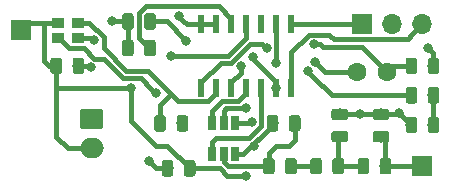
<source format=gbr>
G04 #@! TF.GenerationSoftware,KiCad,Pcbnew,5.0.2-bee76a0~70~ubuntu16.04.1*
G04 #@! TF.CreationDate,2019-07-30T15:32:40+02:00*
G04 #@! TF.ProjectId,hw-TS1B,68772d54-5331-4422-9e6b-696361645f70,rev?*
G04 #@! TF.SameCoordinates,Original*
G04 #@! TF.FileFunction,Copper,L1,Top*
G04 #@! TF.FilePolarity,Positive*
%FSLAX46Y46*%
G04 Gerber Fmt 4.6, Leading zero omitted, Abs format (unit mm)*
G04 Created by KiCad (PCBNEW 5.0.2-bee76a0~70~ubuntu16.04.1) date Tue 30 Jul 2019 03:32:40 PM CEST*
%MOMM*%
%LPD*%
G01*
G04 APERTURE LIST*
G04 #@! TA.AperFunction,SMDPad,CuDef*
%ADD10R,0.600000X1.500000*%
G04 #@! TD*
G04 #@! TA.AperFunction,Conductor*
%ADD11C,0.100000*%
G04 #@! TD*
G04 #@! TA.AperFunction,SMDPad,CuDef*
%ADD12C,0.975000*%
G04 #@! TD*
G04 #@! TA.AperFunction,ComponentPad*
%ADD13C,1.600000*%
G04 #@! TD*
G04 #@! TA.AperFunction,ComponentPad*
%ADD14C,1.700000*%
G04 #@! TD*
G04 #@! TA.AperFunction,ComponentPad*
%ADD15O,2.000000X1.700000*%
G04 #@! TD*
G04 #@! TA.AperFunction,ComponentPad*
%ADD16R,1.700000X1.700000*%
G04 #@! TD*
G04 #@! TA.AperFunction,ComponentPad*
%ADD17O,1.700000X1.700000*%
G04 #@! TD*
G04 #@! TA.AperFunction,SMDPad,CuDef*
%ADD18R,1.100000X0.900000*%
G04 #@! TD*
G04 #@! TA.AperFunction,SMDPad,CuDef*
%ADD19R,0.650000X1.220000*%
G04 #@! TD*
G04 #@! TA.AperFunction,ViaPad*
%ADD20C,0.800000*%
G04 #@! TD*
G04 #@! TA.AperFunction,Conductor*
%ADD21C,0.400000*%
G04 #@! TD*
G04 APERTURE END LIST*
D10*
G04 #@! TO.P,U1,1*
G04 #@! TO.N,/TEMP_SNS*
X168275000Y-76360000D03*
G04 #@! TO.P,U1,2*
G04 #@! TO.N,/26MHZ*
X169545000Y-76360000D03*
G04 #@! TO.P,U1,3*
G04 #@! TO.N,/OSC_EN*
X170815000Y-76360000D03*
G04 #@! TO.P,U1,4*
G04 #@! TO.N,/RF_DATA*
X172085000Y-76360000D03*
G04 #@! TO.P,U1,5*
G04 #@! TO.N,/RF_CLK*
X173355000Y-76360000D03*
G04 #@! TO.P,U1,6*
G04 #@! TO.N,Net-(C3-Pad1)*
X174625000Y-76360000D03*
G04 #@! TO.P,U1,7*
G04 #@! TO.N,/SWCLK*
X175895000Y-76360000D03*
G04 #@! TO.P,U1,8*
G04 #@! TO.N,/SWDIO*
X175895000Y-70960000D03*
G04 #@! TO.P,U1,9*
G04 #@! TO.N,/LED*
X174625000Y-70960000D03*
G04 #@! TO.P,U1,10*
G04 #@! TO.N,Net-(U1-Pad10)*
X173355000Y-70960000D03*
G04 #@! TO.P,U1,11*
G04 #@! TO.N,GND*
X172085000Y-70960000D03*
G04 #@! TO.P,U1,12*
G04 #@! TO.N,VDD*
X170815000Y-70960000D03*
G04 #@! TO.P,U1,13*
G04 #@! TO.N,/TEMP_PWR*
X169545000Y-70960000D03*
G04 #@! TO.P,U1,14*
X168275000Y-70960000D03*
G04 #@! TD*
D11*
G04 #@! TO.N,Net-(C1-Pad2)*
G04 #@! TO.C,C1*
G36*
X174267642Y-82301174D02*
X174291303Y-82304684D01*
X174314507Y-82310496D01*
X174337029Y-82318554D01*
X174358653Y-82328782D01*
X174379170Y-82341079D01*
X174398383Y-82355329D01*
X174416107Y-82371393D01*
X174432171Y-82389117D01*
X174446421Y-82408330D01*
X174458718Y-82428847D01*
X174468946Y-82450471D01*
X174477004Y-82472993D01*
X174482816Y-82496197D01*
X174486326Y-82519858D01*
X174487500Y-82543750D01*
X174487500Y-83456250D01*
X174486326Y-83480142D01*
X174482816Y-83503803D01*
X174477004Y-83527007D01*
X174468946Y-83549529D01*
X174458718Y-83571153D01*
X174446421Y-83591670D01*
X174432171Y-83610883D01*
X174416107Y-83628607D01*
X174398383Y-83644671D01*
X174379170Y-83658921D01*
X174358653Y-83671218D01*
X174337029Y-83681446D01*
X174314507Y-83689504D01*
X174291303Y-83695316D01*
X174267642Y-83698826D01*
X174243750Y-83700000D01*
X173756250Y-83700000D01*
X173732358Y-83698826D01*
X173708697Y-83695316D01*
X173685493Y-83689504D01*
X173662971Y-83681446D01*
X173641347Y-83671218D01*
X173620830Y-83658921D01*
X173601617Y-83644671D01*
X173583893Y-83628607D01*
X173567829Y-83610883D01*
X173553579Y-83591670D01*
X173541282Y-83571153D01*
X173531054Y-83549529D01*
X173522996Y-83527007D01*
X173517184Y-83503803D01*
X173513674Y-83480142D01*
X173512500Y-83456250D01*
X173512500Y-82543750D01*
X173513674Y-82519858D01*
X173517184Y-82496197D01*
X173522996Y-82472993D01*
X173531054Y-82450471D01*
X173541282Y-82428847D01*
X173553579Y-82408330D01*
X173567829Y-82389117D01*
X173583893Y-82371393D01*
X173601617Y-82355329D01*
X173620830Y-82341079D01*
X173641347Y-82328782D01*
X173662971Y-82318554D01*
X173685493Y-82310496D01*
X173708697Y-82304684D01*
X173732358Y-82301174D01*
X173756250Y-82300000D01*
X174243750Y-82300000D01*
X174267642Y-82301174D01*
X174267642Y-82301174D01*
G37*
D12*
G04 #@! TD*
G04 #@! TO.P,C1,2*
G04 #@! TO.N,Net-(C1-Pad2)*
X174000000Y-83000000D03*
D11*
G04 #@! TO.N,Net-(C1-Pad1)*
G04 #@! TO.C,C1*
G36*
X176142642Y-82301174D02*
X176166303Y-82304684D01*
X176189507Y-82310496D01*
X176212029Y-82318554D01*
X176233653Y-82328782D01*
X176254170Y-82341079D01*
X176273383Y-82355329D01*
X176291107Y-82371393D01*
X176307171Y-82389117D01*
X176321421Y-82408330D01*
X176333718Y-82428847D01*
X176343946Y-82450471D01*
X176352004Y-82472993D01*
X176357816Y-82496197D01*
X176361326Y-82519858D01*
X176362500Y-82543750D01*
X176362500Y-83456250D01*
X176361326Y-83480142D01*
X176357816Y-83503803D01*
X176352004Y-83527007D01*
X176343946Y-83549529D01*
X176333718Y-83571153D01*
X176321421Y-83591670D01*
X176307171Y-83610883D01*
X176291107Y-83628607D01*
X176273383Y-83644671D01*
X176254170Y-83658921D01*
X176233653Y-83671218D01*
X176212029Y-83681446D01*
X176189507Y-83689504D01*
X176166303Y-83695316D01*
X176142642Y-83698826D01*
X176118750Y-83700000D01*
X175631250Y-83700000D01*
X175607358Y-83698826D01*
X175583697Y-83695316D01*
X175560493Y-83689504D01*
X175537971Y-83681446D01*
X175516347Y-83671218D01*
X175495830Y-83658921D01*
X175476617Y-83644671D01*
X175458893Y-83628607D01*
X175442829Y-83610883D01*
X175428579Y-83591670D01*
X175416282Y-83571153D01*
X175406054Y-83549529D01*
X175397996Y-83527007D01*
X175392184Y-83503803D01*
X175388674Y-83480142D01*
X175387500Y-83456250D01*
X175387500Y-82543750D01*
X175388674Y-82519858D01*
X175392184Y-82496197D01*
X175397996Y-82472993D01*
X175406054Y-82450471D01*
X175416282Y-82428847D01*
X175428579Y-82408330D01*
X175442829Y-82389117D01*
X175458893Y-82371393D01*
X175476617Y-82355329D01*
X175495830Y-82341079D01*
X175516347Y-82328782D01*
X175537971Y-82318554D01*
X175560493Y-82310496D01*
X175583697Y-82304684D01*
X175607358Y-82301174D01*
X175631250Y-82300000D01*
X176118750Y-82300000D01*
X176142642Y-82301174D01*
X176142642Y-82301174D01*
G37*
D12*
G04 #@! TD*
G04 #@! TO.P,C1,1*
G04 #@! TO.N,Net-(C1-Pad1)*
X175875000Y-83000000D03*
D11*
G04 #@! TO.N,GND*
G04 #@! TO.C,C3*
G36*
X162330142Y-70051174D02*
X162353803Y-70054684D01*
X162377007Y-70060496D01*
X162399529Y-70068554D01*
X162421153Y-70078782D01*
X162441670Y-70091079D01*
X162460883Y-70105329D01*
X162478607Y-70121393D01*
X162494671Y-70139117D01*
X162508921Y-70158330D01*
X162521218Y-70178847D01*
X162531446Y-70200471D01*
X162539504Y-70222993D01*
X162545316Y-70246197D01*
X162548826Y-70269858D01*
X162550000Y-70293750D01*
X162550000Y-71206250D01*
X162548826Y-71230142D01*
X162545316Y-71253803D01*
X162539504Y-71277007D01*
X162531446Y-71299529D01*
X162521218Y-71321153D01*
X162508921Y-71341670D01*
X162494671Y-71360883D01*
X162478607Y-71378607D01*
X162460883Y-71394671D01*
X162441670Y-71408921D01*
X162421153Y-71421218D01*
X162399529Y-71431446D01*
X162377007Y-71439504D01*
X162353803Y-71445316D01*
X162330142Y-71448826D01*
X162306250Y-71450000D01*
X161818750Y-71450000D01*
X161794858Y-71448826D01*
X161771197Y-71445316D01*
X161747993Y-71439504D01*
X161725471Y-71431446D01*
X161703847Y-71421218D01*
X161683330Y-71408921D01*
X161664117Y-71394671D01*
X161646393Y-71378607D01*
X161630329Y-71360883D01*
X161616079Y-71341670D01*
X161603782Y-71321153D01*
X161593554Y-71299529D01*
X161585496Y-71277007D01*
X161579684Y-71253803D01*
X161576174Y-71230142D01*
X161575000Y-71206250D01*
X161575000Y-70293750D01*
X161576174Y-70269858D01*
X161579684Y-70246197D01*
X161585496Y-70222993D01*
X161593554Y-70200471D01*
X161603782Y-70178847D01*
X161616079Y-70158330D01*
X161630329Y-70139117D01*
X161646393Y-70121393D01*
X161664117Y-70105329D01*
X161683330Y-70091079D01*
X161703847Y-70078782D01*
X161725471Y-70068554D01*
X161747993Y-70060496D01*
X161771197Y-70054684D01*
X161794858Y-70051174D01*
X161818750Y-70050000D01*
X162306250Y-70050000D01*
X162330142Y-70051174D01*
X162330142Y-70051174D01*
G37*
D12*
G04 #@! TD*
G04 #@! TO.P,C3,2*
G04 #@! TO.N,GND*
X162062500Y-70750000D03*
D11*
G04 #@! TO.N,Net-(C3-Pad1)*
G04 #@! TO.C,C3*
G36*
X164205142Y-70051174D02*
X164228803Y-70054684D01*
X164252007Y-70060496D01*
X164274529Y-70068554D01*
X164296153Y-70078782D01*
X164316670Y-70091079D01*
X164335883Y-70105329D01*
X164353607Y-70121393D01*
X164369671Y-70139117D01*
X164383921Y-70158330D01*
X164396218Y-70178847D01*
X164406446Y-70200471D01*
X164414504Y-70222993D01*
X164420316Y-70246197D01*
X164423826Y-70269858D01*
X164425000Y-70293750D01*
X164425000Y-71206250D01*
X164423826Y-71230142D01*
X164420316Y-71253803D01*
X164414504Y-71277007D01*
X164406446Y-71299529D01*
X164396218Y-71321153D01*
X164383921Y-71341670D01*
X164369671Y-71360883D01*
X164353607Y-71378607D01*
X164335883Y-71394671D01*
X164316670Y-71408921D01*
X164296153Y-71421218D01*
X164274529Y-71431446D01*
X164252007Y-71439504D01*
X164228803Y-71445316D01*
X164205142Y-71448826D01*
X164181250Y-71450000D01*
X163693750Y-71450000D01*
X163669858Y-71448826D01*
X163646197Y-71445316D01*
X163622993Y-71439504D01*
X163600471Y-71431446D01*
X163578847Y-71421218D01*
X163558330Y-71408921D01*
X163539117Y-71394671D01*
X163521393Y-71378607D01*
X163505329Y-71360883D01*
X163491079Y-71341670D01*
X163478782Y-71321153D01*
X163468554Y-71299529D01*
X163460496Y-71277007D01*
X163454684Y-71253803D01*
X163451174Y-71230142D01*
X163450000Y-71206250D01*
X163450000Y-70293750D01*
X163451174Y-70269858D01*
X163454684Y-70246197D01*
X163460496Y-70222993D01*
X163468554Y-70200471D01*
X163478782Y-70178847D01*
X163491079Y-70158330D01*
X163505329Y-70139117D01*
X163521393Y-70121393D01*
X163539117Y-70105329D01*
X163558330Y-70091079D01*
X163578847Y-70078782D01*
X163600471Y-70068554D01*
X163622993Y-70060496D01*
X163646197Y-70054684D01*
X163669858Y-70051174D01*
X163693750Y-70050000D01*
X164181250Y-70050000D01*
X164205142Y-70051174D01*
X164205142Y-70051174D01*
G37*
D12*
G04 #@! TD*
G04 #@! TO.P,C3,1*
G04 #@! TO.N,Net-(C3-Pad1)*
X163937500Y-70750000D03*
D11*
G04 #@! TO.N,VDD*
G04 #@! TO.C,C4*
G36*
X156267642Y-73801174D02*
X156291303Y-73804684D01*
X156314507Y-73810496D01*
X156337029Y-73818554D01*
X156358653Y-73828782D01*
X156379170Y-73841079D01*
X156398383Y-73855329D01*
X156416107Y-73871393D01*
X156432171Y-73889117D01*
X156446421Y-73908330D01*
X156458718Y-73928847D01*
X156468946Y-73950471D01*
X156477004Y-73972993D01*
X156482816Y-73996197D01*
X156486326Y-74019858D01*
X156487500Y-74043750D01*
X156487500Y-74956250D01*
X156486326Y-74980142D01*
X156482816Y-75003803D01*
X156477004Y-75027007D01*
X156468946Y-75049529D01*
X156458718Y-75071153D01*
X156446421Y-75091670D01*
X156432171Y-75110883D01*
X156416107Y-75128607D01*
X156398383Y-75144671D01*
X156379170Y-75158921D01*
X156358653Y-75171218D01*
X156337029Y-75181446D01*
X156314507Y-75189504D01*
X156291303Y-75195316D01*
X156267642Y-75198826D01*
X156243750Y-75200000D01*
X155756250Y-75200000D01*
X155732358Y-75198826D01*
X155708697Y-75195316D01*
X155685493Y-75189504D01*
X155662971Y-75181446D01*
X155641347Y-75171218D01*
X155620830Y-75158921D01*
X155601617Y-75144671D01*
X155583893Y-75128607D01*
X155567829Y-75110883D01*
X155553579Y-75091670D01*
X155541282Y-75071153D01*
X155531054Y-75049529D01*
X155522996Y-75027007D01*
X155517184Y-75003803D01*
X155513674Y-74980142D01*
X155512500Y-74956250D01*
X155512500Y-74043750D01*
X155513674Y-74019858D01*
X155517184Y-73996197D01*
X155522996Y-73972993D01*
X155531054Y-73950471D01*
X155541282Y-73928847D01*
X155553579Y-73908330D01*
X155567829Y-73889117D01*
X155583893Y-73871393D01*
X155601617Y-73855329D01*
X155620830Y-73841079D01*
X155641347Y-73828782D01*
X155662971Y-73818554D01*
X155685493Y-73810496D01*
X155708697Y-73804684D01*
X155732358Y-73801174D01*
X155756250Y-73800000D01*
X156243750Y-73800000D01*
X156267642Y-73801174D01*
X156267642Y-73801174D01*
G37*
D12*
G04 #@! TD*
G04 #@! TO.P,C4,1*
G04 #@! TO.N,VDD*
X156000000Y-74500000D03*
D11*
G04 #@! TO.N,GND*
G04 #@! TO.C,C4*
G36*
X158142642Y-73801174D02*
X158166303Y-73804684D01*
X158189507Y-73810496D01*
X158212029Y-73818554D01*
X158233653Y-73828782D01*
X158254170Y-73841079D01*
X158273383Y-73855329D01*
X158291107Y-73871393D01*
X158307171Y-73889117D01*
X158321421Y-73908330D01*
X158333718Y-73928847D01*
X158343946Y-73950471D01*
X158352004Y-73972993D01*
X158357816Y-73996197D01*
X158361326Y-74019858D01*
X158362500Y-74043750D01*
X158362500Y-74956250D01*
X158361326Y-74980142D01*
X158357816Y-75003803D01*
X158352004Y-75027007D01*
X158343946Y-75049529D01*
X158333718Y-75071153D01*
X158321421Y-75091670D01*
X158307171Y-75110883D01*
X158291107Y-75128607D01*
X158273383Y-75144671D01*
X158254170Y-75158921D01*
X158233653Y-75171218D01*
X158212029Y-75181446D01*
X158189507Y-75189504D01*
X158166303Y-75195316D01*
X158142642Y-75198826D01*
X158118750Y-75200000D01*
X157631250Y-75200000D01*
X157607358Y-75198826D01*
X157583697Y-75195316D01*
X157560493Y-75189504D01*
X157537971Y-75181446D01*
X157516347Y-75171218D01*
X157495830Y-75158921D01*
X157476617Y-75144671D01*
X157458893Y-75128607D01*
X157442829Y-75110883D01*
X157428579Y-75091670D01*
X157416282Y-75071153D01*
X157406054Y-75049529D01*
X157397996Y-75027007D01*
X157392184Y-75003803D01*
X157388674Y-74980142D01*
X157387500Y-74956250D01*
X157387500Y-74043750D01*
X157388674Y-74019858D01*
X157392184Y-73996197D01*
X157397996Y-73972993D01*
X157406054Y-73950471D01*
X157416282Y-73928847D01*
X157428579Y-73908330D01*
X157442829Y-73889117D01*
X157458893Y-73871393D01*
X157476617Y-73855329D01*
X157495830Y-73841079D01*
X157516347Y-73828782D01*
X157537971Y-73818554D01*
X157560493Y-73810496D01*
X157583697Y-73804684D01*
X157607358Y-73801174D01*
X157631250Y-73800000D01*
X158118750Y-73800000D01*
X158142642Y-73801174D01*
X158142642Y-73801174D01*
G37*
D12*
G04 #@! TD*
G04 #@! TO.P,C4,2*
G04 #@! TO.N,GND*
X157875000Y-74500000D03*
D11*
G04 #@! TO.N,/26MHZ*
G04 #@! TO.C,C5*
G36*
X165065142Y-78676174D02*
X165088803Y-78679684D01*
X165112007Y-78685496D01*
X165134529Y-78693554D01*
X165156153Y-78703782D01*
X165176670Y-78716079D01*
X165195883Y-78730329D01*
X165213607Y-78746393D01*
X165229671Y-78764117D01*
X165243921Y-78783330D01*
X165256218Y-78803847D01*
X165266446Y-78825471D01*
X165274504Y-78847993D01*
X165280316Y-78871197D01*
X165283826Y-78894858D01*
X165285000Y-78918750D01*
X165285000Y-79831250D01*
X165283826Y-79855142D01*
X165280316Y-79878803D01*
X165274504Y-79902007D01*
X165266446Y-79924529D01*
X165256218Y-79946153D01*
X165243921Y-79966670D01*
X165229671Y-79985883D01*
X165213607Y-80003607D01*
X165195883Y-80019671D01*
X165176670Y-80033921D01*
X165156153Y-80046218D01*
X165134529Y-80056446D01*
X165112007Y-80064504D01*
X165088803Y-80070316D01*
X165065142Y-80073826D01*
X165041250Y-80075000D01*
X164553750Y-80075000D01*
X164529858Y-80073826D01*
X164506197Y-80070316D01*
X164482993Y-80064504D01*
X164460471Y-80056446D01*
X164438847Y-80046218D01*
X164418330Y-80033921D01*
X164399117Y-80019671D01*
X164381393Y-80003607D01*
X164365329Y-79985883D01*
X164351079Y-79966670D01*
X164338782Y-79946153D01*
X164328554Y-79924529D01*
X164320496Y-79902007D01*
X164314684Y-79878803D01*
X164311174Y-79855142D01*
X164310000Y-79831250D01*
X164310000Y-78918750D01*
X164311174Y-78894858D01*
X164314684Y-78871197D01*
X164320496Y-78847993D01*
X164328554Y-78825471D01*
X164338782Y-78803847D01*
X164351079Y-78783330D01*
X164365329Y-78764117D01*
X164381393Y-78746393D01*
X164399117Y-78730329D01*
X164418330Y-78716079D01*
X164438847Y-78703782D01*
X164460471Y-78693554D01*
X164482993Y-78685496D01*
X164506197Y-78679684D01*
X164529858Y-78676174D01*
X164553750Y-78675000D01*
X165041250Y-78675000D01*
X165065142Y-78676174D01*
X165065142Y-78676174D01*
G37*
D12*
G04 #@! TD*
G04 #@! TO.P,C5,2*
G04 #@! TO.N,/26MHZ*
X164797500Y-79375000D03*
D11*
G04 #@! TO.N,Net-(C5-Pad1)*
G04 #@! TO.C,C5*
G36*
X166940142Y-78676174D02*
X166963803Y-78679684D01*
X166987007Y-78685496D01*
X167009529Y-78693554D01*
X167031153Y-78703782D01*
X167051670Y-78716079D01*
X167070883Y-78730329D01*
X167088607Y-78746393D01*
X167104671Y-78764117D01*
X167118921Y-78783330D01*
X167131218Y-78803847D01*
X167141446Y-78825471D01*
X167149504Y-78847993D01*
X167155316Y-78871197D01*
X167158826Y-78894858D01*
X167160000Y-78918750D01*
X167160000Y-79831250D01*
X167158826Y-79855142D01*
X167155316Y-79878803D01*
X167149504Y-79902007D01*
X167141446Y-79924529D01*
X167131218Y-79946153D01*
X167118921Y-79966670D01*
X167104671Y-79985883D01*
X167088607Y-80003607D01*
X167070883Y-80019671D01*
X167051670Y-80033921D01*
X167031153Y-80046218D01*
X167009529Y-80056446D01*
X166987007Y-80064504D01*
X166963803Y-80070316D01*
X166940142Y-80073826D01*
X166916250Y-80075000D01*
X166428750Y-80075000D01*
X166404858Y-80073826D01*
X166381197Y-80070316D01*
X166357993Y-80064504D01*
X166335471Y-80056446D01*
X166313847Y-80046218D01*
X166293330Y-80033921D01*
X166274117Y-80019671D01*
X166256393Y-80003607D01*
X166240329Y-79985883D01*
X166226079Y-79966670D01*
X166213782Y-79946153D01*
X166203554Y-79924529D01*
X166195496Y-79902007D01*
X166189684Y-79878803D01*
X166186174Y-79855142D01*
X166185000Y-79831250D01*
X166185000Y-78918750D01*
X166186174Y-78894858D01*
X166189684Y-78871197D01*
X166195496Y-78847993D01*
X166203554Y-78825471D01*
X166213782Y-78803847D01*
X166226079Y-78783330D01*
X166240329Y-78764117D01*
X166256393Y-78746393D01*
X166274117Y-78730329D01*
X166293330Y-78716079D01*
X166313847Y-78703782D01*
X166335471Y-78693554D01*
X166357993Y-78685496D01*
X166381197Y-78679684D01*
X166404858Y-78676174D01*
X166428750Y-78675000D01*
X166916250Y-78675000D01*
X166940142Y-78676174D01*
X166940142Y-78676174D01*
G37*
D12*
G04 #@! TD*
G04 #@! TO.P,C5,1*
G04 #@! TO.N,Net-(C5-Pad1)*
X166672500Y-79375000D03*
D11*
G04 #@! TO.N,VDD*
G04 #@! TO.C,C6*
G36*
X167575142Y-82486174D02*
X167598803Y-82489684D01*
X167622007Y-82495496D01*
X167644529Y-82503554D01*
X167666153Y-82513782D01*
X167686670Y-82526079D01*
X167705883Y-82540329D01*
X167723607Y-82556393D01*
X167739671Y-82574117D01*
X167753921Y-82593330D01*
X167766218Y-82613847D01*
X167776446Y-82635471D01*
X167784504Y-82657993D01*
X167790316Y-82681197D01*
X167793826Y-82704858D01*
X167795000Y-82728750D01*
X167795000Y-83641250D01*
X167793826Y-83665142D01*
X167790316Y-83688803D01*
X167784504Y-83712007D01*
X167776446Y-83734529D01*
X167766218Y-83756153D01*
X167753921Y-83776670D01*
X167739671Y-83795883D01*
X167723607Y-83813607D01*
X167705883Y-83829671D01*
X167686670Y-83843921D01*
X167666153Y-83856218D01*
X167644529Y-83866446D01*
X167622007Y-83874504D01*
X167598803Y-83880316D01*
X167575142Y-83883826D01*
X167551250Y-83885000D01*
X167063750Y-83885000D01*
X167039858Y-83883826D01*
X167016197Y-83880316D01*
X166992993Y-83874504D01*
X166970471Y-83866446D01*
X166948847Y-83856218D01*
X166928330Y-83843921D01*
X166909117Y-83829671D01*
X166891393Y-83813607D01*
X166875329Y-83795883D01*
X166861079Y-83776670D01*
X166848782Y-83756153D01*
X166838554Y-83734529D01*
X166830496Y-83712007D01*
X166824684Y-83688803D01*
X166821174Y-83665142D01*
X166820000Y-83641250D01*
X166820000Y-82728750D01*
X166821174Y-82704858D01*
X166824684Y-82681197D01*
X166830496Y-82657993D01*
X166838554Y-82635471D01*
X166848782Y-82613847D01*
X166861079Y-82593330D01*
X166875329Y-82574117D01*
X166891393Y-82556393D01*
X166909117Y-82540329D01*
X166928330Y-82526079D01*
X166948847Y-82513782D01*
X166970471Y-82503554D01*
X166992993Y-82495496D01*
X167016197Y-82489684D01*
X167039858Y-82486174D01*
X167063750Y-82485000D01*
X167551250Y-82485000D01*
X167575142Y-82486174D01*
X167575142Y-82486174D01*
G37*
D12*
G04 #@! TD*
G04 #@! TO.P,C6,1*
G04 #@! TO.N,VDD*
X167307500Y-83185000D03*
D11*
G04 #@! TO.N,GND*
G04 #@! TO.C,C6*
G36*
X165700142Y-82486174D02*
X165723803Y-82489684D01*
X165747007Y-82495496D01*
X165769529Y-82503554D01*
X165791153Y-82513782D01*
X165811670Y-82526079D01*
X165830883Y-82540329D01*
X165848607Y-82556393D01*
X165864671Y-82574117D01*
X165878921Y-82593330D01*
X165891218Y-82613847D01*
X165901446Y-82635471D01*
X165909504Y-82657993D01*
X165915316Y-82681197D01*
X165918826Y-82704858D01*
X165920000Y-82728750D01*
X165920000Y-83641250D01*
X165918826Y-83665142D01*
X165915316Y-83688803D01*
X165909504Y-83712007D01*
X165901446Y-83734529D01*
X165891218Y-83756153D01*
X165878921Y-83776670D01*
X165864671Y-83795883D01*
X165848607Y-83813607D01*
X165830883Y-83829671D01*
X165811670Y-83843921D01*
X165791153Y-83856218D01*
X165769529Y-83866446D01*
X165747007Y-83874504D01*
X165723803Y-83880316D01*
X165700142Y-83883826D01*
X165676250Y-83885000D01*
X165188750Y-83885000D01*
X165164858Y-83883826D01*
X165141197Y-83880316D01*
X165117993Y-83874504D01*
X165095471Y-83866446D01*
X165073847Y-83856218D01*
X165053330Y-83843921D01*
X165034117Y-83829671D01*
X165016393Y-83813607D01*
X165000329Y-83795883D01*
X164986079Y-83776670D01*
X164973782Y-83756153D01*
X164963554Y-83734529D01*
X164955496Y-83712007D01*
X164949684Y-83688803D01*
X164946174Y-83665142D01*
X164945000Y-83641250D01*
X164945000Y-82728750D01*
X164946174Y-82704858D01*
X164949684Y-82681197D01*
X164955496Y-82657993D01*
X164963554Y-82635471D01*
X164973782Y-82613847D01*
X164986079Y-82593330D01*
X165000329Y-82574117D01*
X165016393Y-82556393D01*
X165034117Y-82540329D01*
X165053330Y-82526079D01*
X165073847Y-82513782D01*
X165095471Y-82503554D01*
X165117993Y-82495496D01*
X165141197Y-82489684D01*
X165164858Y-82486174D01*
X165188750Y-82485000D01*
X165676250Y-82485000D01*
X165700142Y-82486174D01*
X165700142Y-82486174D01*
G37*
D12*
G04 #@! TD*
G04 #@! TO.P,C6,2*
G04 #@! TO.N,GND*
X165432500Y-83185000D03*
D11*
G04 #@! TO.N,Net-(C7-Pad2)*
G04 #@! TO.C,C7*
G36*
X180480142Y-80013674D02*
X180503803Y-80017184D01*
X180527007Y-80022996D01*
X180549529Y-80031054D01*
X180571153Y-80041282D01*
X180591670Y-80053579D01*
X180610883Y-80067829D01*
X180628607Y-80083893D01*
X180644671Y-80101617D01*
X180658921Y-80120830D01*
X180671218Y-80141347D01*
X180681446Y-80162971D01*
X180689504Y-80185493D01*
X180695316Y-80208697D01*
X180698826Y-80232358D01*
X180700000Y-80256250D01*
X180700000Y-80743750D01*
X180698826Y-80767642D01*
X180695316Y-80791303D01*
X180689504Y-80814507D01*
X180681446Y-80837029D01*
X180671218Y-80858653D01*
X180658921Y-80879170D01*
X180644671Y-80898383D01*
X180628607Y-80916107D01*
X180610883Y-80932171D01*
X180591670Y-80946421D01*
X180571153Y-80958718D01*
X180549529Y-80968946D01*
X180527007Y-80977004D01*
X180503803Y-80982816D01*
X180480142Y-80986326D01*
X180456250Y-80987500D01*
X179543750Y-80987500D01*
X179519858Y-80986326D01*
X179496197Y-80982816D01*
X179472993Y-80977004D01*
X179450471Y-80968946D01*
X179428847Y-80958718D01*
X179408330Y-80946421D01*
X179389117Y-80932171D01*
X179371393Y-80916107D01*
X179355329Y-80898383D01*
X179341079Y-80879170D01*
X179328782Y-80858653D01*
X179318554Y-80837029D01*
X179310496Y-80814507D01*
X179304684Y-80791303D01*
X179301174Y-80767642D01*
X179300000Y-80743750D01*
X179300000Y-80256250D01*
X179301174Y-80232358D01*
X179304684Y-80208697D01*
X179310496Y-80185493D01*
X179318554Y-80162971D01*
X179328782Y-80141347D01*
X179341079Y-80120830D01*
X179355329Y-80101617D01*
X179371393Y-80083893D01*
X179389117Y-80067829D01*
X179408330Y-80053579D01*
X179428847Y-80041282D01*
X179450471Y-80031054D01*
X179472993Y-80022996D01*
X179496197Y-80017184D01*
X179519858Y-80013674D01*
X179543750Y-80012500D01*
X180456250Y-80012500D01*
X180480142Y-80013674D01*
X180480142Y-80013674D01*
G37*
D12*
G04 #@! TD*
G04 #@! TO.P,C7,2*
G04 #@! TO.N,Net-(C7-Pad2)*
X180000000Y-80500000D03*
D11*
G04 #@! TO.N,GND*
G04 #@! TO.C,C7*
G36*
X180480142Y-78138674D02*
X180503803Y-78142184D01*
X180527007Y-78147996D01*
X180549529Y-78156054D01*
X180571153Y-78166282D01*
X180591670Y-78178579D01*
X180610883Y-78192829D01*
X180628607Y-78208893D01*
X180644671Y-78226617D01*
X180658921Y-78245830D01*
X180671218Y-78266347D01*
X180681446Y-78287971D01*
X180689504Y-78310493D01*
X180695316Y-78333697D01*
X180698826Y-78357358D01*
X180700000Y-78381250D01*
X180700000Y-78868750D01*
X180698826Y-78892642D01*
X180695316Y-78916303D01*
X180689504Y-78939507D01*
X180681446Y-78962029D01*
X180671218Y-78983653D01*
X180658921Y-79004170D01*
X180644671Y-79023383D01*
X180628607Y-79041107D01*
X180610883Y-79057171D01*
X180591670Y-79071421D01*
X180571153Y-79083718D01*
X180549529Y-79093946D01*
X180527007Y-79102004D01*
X180503803Y-79107816D01*
X180480142Y-79111326D01*
X180456250Y-79112500D01*
X179543750Y-79112500D01*
X179519858Y-79111326D01*
X179496197Y-79107816D01*
X179472993Y-79102004D01*
X179450471Y-79093946D01*
X179428847Y-79083718D01*
X179408330Y-79071421D01*
X179389117Y-79057171D01*
X179371393Y-79041107D01*
X179355329Y-79023383D01*
X179341079Y-79004170D01*
X179328782Y-78983653D01*
X179318554Y-78962029D01*
X179310496Y-78939507D01*
X179304684Y-78916303D01*
X179301174Y-78892642D01*
X179300000Y-78868750D01*
X179300000Y-78381250D01*
X179301174Y-78357358D01*
X179304684Y-78333697D01*
X179310496Y-78310493D01*
X179318554Y-78287971D01*
X179328782Y-78266347D01*
X179341079Y-78245830D01*
X179355329Y-78226617D01*
X179371393Y-78208893D01*
X179389117Y-78192829D01*
X179408330Y-78178579D01*
X179428847Y-78166282D01*
X179450471Y-78156054D01*
X179472993Y-78147996D01*
X179496197Y-78142184D01*
X179519858Y-78138674D01*
X179543750Y-78137500D01*
X180456250Y-78137500D01*
X180480142Y-78138674D01*
X180480142Y-78138674D01*
G37*
D12*
G04 #@! TD*
G04 #@! TO.P,C7,1*
G04 #@! TO.N,GND*
X180000000Y-78625000D03*
D11*
G04 #@! TO.N,GND*
G04 #@! TO.C,C8*
G36*
X183980142Y-78138674D02*
X184003803Y-78142184D01*
X184027007Y-78147996D01*
X184049529Y-78156054D01*
X184071153Y-78166282D01*
X184091670Y-78178579D01*
X184110883Y-78192829D01*
X184128607Y-78208893D01*
X184144671Y-78226617D01*
X184158921Y-78245830D01*
X184171218Y-78266347D01*
X184181446Y-78287971D01*
X184189504Y-78310493D01*
X184195316Y-78333697D01*
X184198826Y-78357358D01*
X184200000Y-78381250D01*
X184200000Y-78868750D01*
X184198826Y-78892642D01*
X184195316Y-78916303D01*
X184189504Y-78939507D01*
X184181446Y-78962029D01*
X184171218Y-78983653D01*
X184158921Y-79004170D01*
X184144671Y-79023383D01*
X184128607Y-79041107D01*
X184110883Y-79057171D01*
X184091670Y-79071421D01*
X184071153Y-79083718D01*
X184049529Y-79093946D01*
X184027007Y-79102004D01*
X184003803Y-79107816D01*
X183980142Y-79111326D01*
X183956250Y-79112500D01*
X183043750Y-79112500D01*
X183019858Y-79111326D01*
X182996197Y-79107816D01*
X182972993Y-79102004D01*
X182950471Y-79093946D01*
X182928847Y-79083718D01*
X182908330Y-79071421D01*
X182889117Y-79057171D01*
X182871393Y-79041107D01*
X182855329Y-79023383D01*
X182841079Y-79004170D01*
X182828782Y-78983653D01*
X182818554Y-78962029D01*
X182810496Y-78939507D01*
X182804684Y-78916303D01*
X182801174Y-78892642D01*
X182800000Y-78868750D01*
X182800000Y-78381250D01*
X182801174Y-78357358D01*
X182804684Y-78333697D01*
X182810496Y-78310493D01*
X182818554Y-78287971D01*
X182828782Y-78266347D01*
X182841079Y-78245830D01*
X182855329Y-78226617D01*
X182871393Y-78208893D01*
X182889117Y-78192829D01*
X182908330Y-78178579D01*
X182928847Y-78166282D01*
X182950471Y-78156054D01*
X182972993Y-78147996D01*
X182996197Y-78142184D01*
X183019858Y-78138674D01*
X183043750Y-78137500D01*
X183956250Y-78137500D01*
X183980142Y-78138674D01*
X183980142Y-78138674D01*
G37*
D12*
G04 #@! TD*
G04 #@! TO.P,C8,1*
G04 #@! TO.N,GND*
X183500000Y-78625000D03*
D11*
G04 #@! TO.N,Net-(AE1-Pad1)*
G04 #@! TO.C,C8*
G36*
X183980142Y-80013674D02*
X184003803Y-80017184D01*
X184027007Y-80022996D01*
X184049529Y-80031054D01*
X184071153Y-80041282D01*
X184091670Y-80053579D01*
X184110883Y-80067829D01*
X184128607Y-80083893D01*
X184144671Y-80101617D01*
X184158921Y-80120830D01*
X184171218Y-80141347D01*
X184181446Y-80162971D01*
X184189504Y-80185493D01*
X184195316Y-80208697D01*
X184198826Y-80232358D01*
X184200000Y-80256250D01*
X184200000Y-80743750D01*
X184198826Y-80767642D01*
X184195316Y-80791303D01*
X184189504Y-80814507D01*
X184181446Y-80837029D01*
X184171218Y-80858653D01*
X184158921Y-80879170D01*
X184144671Y-80898383D01*
X184128607Y-80916107D01*
X184110883Y-80932171D01*
X184091670Y-80946421D01*
X184071153Y-80958718D01*
X184049529Y-80968946D01*
X184027007Y-80977004D01*
X184003803Y-80982816D01*
X183980142Y-80986326D01*
X183956250Y-80987500D01*
X183043750Y-80987500D01*
X183019858Y-80986326D01*
X182996197Y-80982816D01*
X182972993Y-80977004D01*
X182950471Y-80968946D01*
X182928847Y-80958718D01*
X182908330Y-80946421D01*
X182889117Y-80932171D01*
X182871393Y-80916107D01*
X182855329Y-80898383D01*
X182841079Y-80879170D01*
X182828782Y-80858653D01*
X182818554Y-80837029D01*
X182810496Y-80814507D01*
X182804684Y-80791303D01*
X182801174Y-80767642D01*
X182800000Y-80743750D01*
X182800000Y-80256250D01*
X182801174Y-80232358D01*
X182804684Y-80208697D01*
X182810496Y-80185493D01*
X182818554Y-80162971D01*
X182828782Y-80141347D01*
X182841079Y-80120830D01*
X182855329Y-80101617D01*
X182871393Y-80083893D01*
X182889117Y-80067829D01*
X182908330Y-80053579D01*
X182928847Y-80041282D01*
X182950471Y-80031054D01*
X182972993Y-80022996D01*
X182996197Y-80017184D01*
X183019858Y-80013674D01*
X183043750Y-80012500D01*
X183956250Y-80012500D01*
X183980142Y-80013674D01*
X183980142Y-80013674D01*
G37*
D12*
G04 #@! TD*
G04 #@! TO.P,C8,2*
G04 #@! TO.N,Net-(AE1-Pad1)*
X183500000Y-80500000D03*
D13*
G04 #@! TO.P,TH1,1*
G04 #@! TO.N,/TEMP_PWR*
X181500000Y-75000000D03*
G04 #@! TO.P,TH1,2*
G04 #@! TO.N,/TEMP_SNS*
X184000000Y-75000000D03*
G04 #@! TD*
D11*
G04 #@! TO.N,GND*
G04 #@! TO.C,J2*
G36*
X159774504Y-78151204D02*
X159798773Y-78154804D01*
X159822571Y-78160765D01*
X159845671Y-78169030D01*
X159867849Y-78179520D01*
X159888893Y-78192133D01*
X159908598Y-78206747D01*
X159926777Y-78223223D01*
X159943253Y-78241402D01*
X159957867Y-78261107D01*
X159970480Y-78282151D01*
X159980970Y-78304329D01*
X159989235Y-78327429D01*
X159995196Y-78351227D01*
X159998796Y-78375496D01*
X160000000Y-78400000D01*
X160000000Y-79600000D01*
X159998796Y-79624504D01*
X159995196Y-79648773D01*
X159989235Y-79672571D01*
X159980970Y-79695671D01*
X159970480Y-79717849D01*
X159957867Y-79738893D01*
X159943253Y-79758598D01*
X159926777Y-79776777D01*
X159908598Y-79793253D01*
X159888893Y-79807867D01*
X159867849Y-79820480D01*
X159845671Y-79830970D01*
X159822571Y-79839235D01*
X159798773Y-79845196D01*
X159774504Y-79848796D01*
X159750000Y-79850000D01*
X158250000Y-79850000D01*
X158225496Y-79848796D01*
X158201227Y-79845196D01*
X158177429Y-79839235D01*
X158154329Y-79830970D01*
X158132151Y-79820480D01*
X158111107Y-79807867D01*
X158091402Y-79793253D01*
X158073223Y-79776777D01*
X158056747Y-79758598D01*
X158042133Y-79738893D01*
X158029520Y-79717849D01*
X158019030Y-79695671D01*
X158010765Y-79672571D01*
X158004804Y-79648773D01*
X158001204Y-79624504D01*
X158000000Y-79600000D01*
X158000000Y-78400000D01*
X158001204Y-78375496D01*
X158004804Y-78351227D01*
X158010765Y-78327429D01*
X158019030Y-78304329D01*
X158029520Y-78282151D01*
X158042133Y-78261107D01*
X158056747Y-78241402D01*
X158073223Y-78223223D01*
X158091402Y-78206747D01*
X158111107Y-78192133D01*
X158132151Y-78179520D01*
X158154329Y-78169030D01*
X158177429Y-78160765D01*
X158201227Y-78154804D01*
X158225496Y-78151204D01*
X158250000Y-78150000D01*
X159750000Y-78150000D01*
X159774504Y-78151204D01*
X159774504Y-78151204D01*
G37*
D14*
G04 #@! TD*
G04 #@! TO.P,J2,1*
G04 #@! TO.N,GND*
X159000000Y-79000000D03*
D15*
G04 #@! TO.P,J2,2*
G04 #@! TO.N,VDD*
X159000000Y-81500000D03*
G04 #@! TD*
D16*
G04 #@! TO.P,J1,1*
G04 #@! TO.N,VDD*
X153000000Y-71500000D03*
G04 #@! TD*
G04 #@! TO.P,AE1,1*
G04 #@! TO.N,Net-(AE1-Pad1)*
X187000000Y-83000000D03*
G04 #@! TD*
G04 #@! TO.P,X1,1*
G04 #@! TO.N,/SWDIO*
X181920000Y-71000000D03*
D17*
G04 #@! TO.P,X1,2*
G04 #@! TO.N,GND*
X184460000Y-71000000D03*
G04 #@! TO.P,X1,3*
G04 #@! TO.N,/SWCLK*
X187000000Y-71000000D03*
G04 #@! TD*
D11*
G04 #@! TO.N,VDD*
G04 #@! TO.C,L1*
G36*
X174590142Y-78676174D02*
X174613803Y-78679684D01*
X174637007Y-78685496D01*
X174659529Y-78693554D01*
X174681153Y-78703782D01*
X174701670Y-78716079D01*
X174720883Y-78730329D01*
X174738607Y-78746393D01*
X174754671Y-78764117D01*
X174768921Y-78783330D01*
X174781218Y-78803847D01*
X174791446Y-78825471D01*
X174799504Y-78847993D01*
X174805316Y-78871197D01*
X174808826Y-78894858D01*
X174810000Y-78918750D01*
X174810000Y-79831250D01*
X174808826Y-79855142D01*
X174805316Y-79878803D01*
X174799504Y-79902007D01*
X174791446Y-79924529D01*
X174781218Y-79946153D01*
X174768921Y-79966670D01*
X174754671Y-79985883D01*
X174738607Y-80003607D01*
X174720883Y-80019671D01*
X174701670Y-80033921D01*
X174681153Y-80046218D01*
X174659529Y-80056446D01*
X174637007Y-80064504D01*
X174613803Y-80070316D01*
X174590142Y-80073826D01*
X174566250Y-80075000D01*
X174078750Y-80075000D01*
X174054858Y-80073826D01*
X174031197Y-80070316D01*
X174007993Y-80064504D01*
X173985471Y-80056446D01*
X173963847Y-80046218D01*
X173943330Y-80033921D01*
X173924117Y-80019671D01*
X173906393Y-80003607D01*
X173890329Y-79985883D01*
X173876079Y-79966670D01*
X173863782Y-79946153D01*
X173853554Y-79924529D01*
X173845496Y-79902007D01*
X173839684Y-79878803D01*
X173836174Y-79855142D01*
X173835000Y-79831250D01*
X173835000Y-78918750D01*
X173836174Y-78894858D01*
X173839684Y-78871197D01*
X173845496Y-78847993D01*
X173853554Y-78825471D01*
X173863782Y-78803847D01*
X173876079Y-78783330D01*
X173890329Y-78764117D01*
X173906393Y-78746393D01*
X173924117Y-78730329D01*
X173943330Y-78716079D01*
X173963847Y-78703782D01*
X173985471Y-78693554D01*
X174007993Y-78685496D01*
X174031197Y-78679684D01*
X174054858Y-78676174D01*
X174078750Y-78675000D01*
X174566250Y-78675000D01*
X174590142Y-78676174D01*
X174590142Y-78676174D01*
G37*
D12*
G04 #@! TD*
G04 #@! TO.P,L1,1*
G04 #@! TO.N,VDD*
X174322500Y-79375000D03*
D11*
G04 #@! TO.N,Net-(C1-Pad2)*
G04 #@! TO.C,L1*
G36*
X176465142Y-78676174D02*
X176488803Y-78679684D01*
X176512007Y-78685496D01*
X176534529Y-78693554D01*
X176556153Y-78703782D01*
X176576670Y-78716079D01*
X176595883Y-78730329D01*
X176613607Y-78746393D01*
X176629671Y-78764117D01*
X176643921Y-78783330D01*
X176656218Y-78803847D01*
X176666446Y-78825471D01*
X176674504Y-78847993D01*
X176680316Y-78871197D01*
X176683826Y-78894858D01*
X176685000Y-78918750D01*
X176685000Y-79831250D01*
X176683826Y-79855142D01*
X176680316Y-79878803D01*
X176674504Y-79902007D01*
X176666446Y-79924529D01*
X176656218Y-79946153D01*
X176643921Y-79966670D01*
X176629671Y-79985883D01*
X176613607Y-80003607D01*
X176595883Y-80019671D01*
X176576670Y-80033921D01*
X176556153Y-80046218D01*
X176534529Y-80056446D01*
X176512007Y-80064504D01*
X176488803Y-80070316D01*
X176465142Y-80073826D01*
X176441250Y-80075000D01*
X175953750Y-80075000D01*
X175929858Y-80073826D01*
X175906197Y-80070316D01*
X175882993Y-80064504D01*
X175860471Y-80056446D01*
X175838847Y-80046218D01*
X175818330Y-80033921D01*
X175799117Y-80019671D01*
X175781393Y-80003607D01*
X175765329Y-79985883D01*
X175751079Y-79966670D01*
X175738782Y-79946153D01*
X175728554Y-79924529D01*
X175720496Y-79902007D01*
X175714684Y-79878803D01*
X175711174Y-79855142D01*
X175710000Y-79831250D01*
X175710000Y-78918750D01*
X175711174Y-78894858D01*
X175714684Y-78871197D01*
X175720496Y-78847993D01*
X175728554Y-78825471D01*
X175738782Y-78803847D01*
X175751079Y-78783330D01*
X175765329Y-78764117D01*
X175781393Y-78746393D01*
X175799117Y-78730329D01*
X175818330Y-78716079D01*
X175838847Y-78703782D01*
X175860471Y-78693554D01*
X175882993Y-78685496D01*
X175906197Y-78679684D01*
X175929858Y-78676174D01*
X175953750Y-78675000D01*
X176441250Y-78675000D01*
X176465142Y-78676174D01*
X176465142Y-78676174D01*
G37*
D12*
G04 #@! TD*
G04 #@! TO.P,L1,2*
G04 #@! TO.N,Net-(C1-Pad2)*
X176197500Y-79375000D03*
D11*
G04 #@! TO.N,Net-(C7-Pad2)*
G04 #@! TO.C,L2*
G36*
X180142642Y-82301174D02*
X180166303Y-82304684D01*
X180189507Y-82310496D01*
X180212029Y-82318554D01*
X180233653Y-82328782D01*
X180254170Y-82341079D01*
X180273383Y-82355329D01*
X180291107Y-82371393D01*
X180307171Y-82389117D01*
X180321421Y-82408330D01*
X180333718Y-82428847D01*
X180343946Y-82450471D01*
X180352004Y-82472993D01*
X180357816Y-82496197D01*
X180361326Y-82519858D01*
X180362500Y-82543750D01*
X180362500Y-83456250D01*
X180361326Y-83480142D01*
X180357816Y-83503803D01*
X180352004Y-83527007D01*
X180343946Y-83549529D01*
X180333718Y-83571153D01*
X180321421Y-83591670D01*
X180307171Y-83610883D01*
X180291107Y-83628607D01*
X180273383Y-83644671D01*
X180254170Y-83658921D01*
X180233653Y-83671218D01*
X180212029Y-83681446D01*
X180189507Y-83689504D01*
X180166303Y-83695316D01*
X180142642Y-83698826D01*
X180118750Y-83700000D01*
X179631250Y-83700000D01*
X179607358Y-83698826D01*
X179583697Y-83695316D01*
X179560493Y-83689504D01*
X179537971Y-83681446D01*
X179516347Y-83671218D01*
X179495830Y-83658921D01*
X179476617Y-83644671D01*
X179458893Y-83628607D01*
X179442829Y-83610883D01*
X179428579Y-83591670D01*
X179416282Y-83571153D01*
X179406054Y-83549529D01*
X179397996Y-83527007D01*
X179392184Y-83503803D01*
X179388674Y-83480142D01*
X179387500Y-83456250D01*
X179387500Y-82543750D01*
X179388674Y-82519858D01*
X179392184Y-82496197D01*
X179397996Y-82472993D01*
X179406054Y-82450471D01*
X179416282Y-82428847D01*
X179428579Y-82408330D01*
X179442829Y-82389117D01*
X179458893Y-82371393D01*
X179476617Y-82355329D01*
X179495830Y-82341079D01*
X179516347Y-82328782D01*
X179537971Y-82318554D01*
X179560493Y-82310496D01*
X179583697Y-82304684D01*
X179607358Y-82301174D01*
X179631250Y-82300000D01*
X180118750Y-82300000D01*
X180142642Y-82301174D01*
X180142642Y-82301174D01*
G37*
D12*
G04 #@! TD*
G04 #@! TO.P,L2,2*
G04 #@! TO.N,Net-(C7-Pad2)*
X179875000Y-83000000D03*
D11*
G04 #@! TO.N,Net-(C1-Pad1)*
G04 #@! TO.C,L2*
G36*
X178267642Y-82301174D02*
X178291303Y-82304684D01*
X178314507Y-82310496D01*
X178337029Y-82318554D01*
X178358653Y-82328782D01*
X178379170Y-82341079D01*
X178398383Y-82355329D01*
X178416107Y-82371393D01*
X178432171Y-82389117D01*
X178446421Y-82408330D01*
X178458718Y-82428847D01*
X178468946Y-82450471D01*
X178477004Y-82472993D01*
X178482816Y-82496197D01*
X178486326Y-82519858D01*
X178487500Y-82543750D01*
X178487500Y-83456250D01*
X178486326Y-83480142D01*
X178482816Y-83503803D01*
X178477004Y-83527007D01*
X178468946Y-83549529D01*
X178458718Y-83571153D01*
X178446421Y-83591670D01*
X178432171Y-83610883D01*
X178416107Y-83628607D01*
X178398383Y-83644671D01*
X178379170Y-83658921D01*
X178358653Y-83671218D01*
X178337029Y-83681446D01*
X178314507Y-83689504D01*
X178291303Y-83695316D01*
X178267642Y-83698826D01*
X178243750Y-83700000D01*
X177756250Y-83700000D01*
X177732358Y-83698826D01*
X177708697Y-83695316D01*
X177685493Y-83689504D01*
X177662971Y-83681446D01*
X177641347Y-83671218D01*
X177620830Y-83658921D01*
X177601617Y-83644671D01*
X177583893Y-83628607D01*
X177567829Y-83610883D01*
X177553579Y-83591670D01*
X177541282Y-83571153D01*
X177531054Y-83549529D01*
X177522996Y-83527007D01*
X177517184Y-83503803D01*
X177513674Y-83480142D01*
X177512500Y-83456250D01*
X177512500Y-82543750D01*
X177513674Y-82519858D01*
X177517184Y-82496197D01*
X177522996Y-82472993D01*
X177531054Y-82450471D01*
X177541282Y-82428847D01*
X177553579Y-82408330D01*
X177567829Y-82389117D01*
X177583893Y-82371393D01*
X177601617Y-82355329D01*
X177620830Y-82341079D01*
X177641347Y-82328782D01*
X177662971Y-82318554D01*
X177685493Y-82310496D01*
X177708697Y-82304684D01*
X177732358Y-82301174D01*
X177756250Y-82300000D01*
X178243750Y-82300000D01*
X178267642Y-82301174D01*
X178267642Y-82301174D01*
G37*
D12*
G04 #@! TD*
G04 #@! TO.P,L2,1*
G04 #@! TO.N,Net-(C1-Pad1)*
X178000000Y-83000000D03*
D11*
G04 #@! TO.N,Net-(C7-Pad2)*
G04 #@! TO.C,L3*
G36*
X182267642Y-82301174D02*
X182291303Y-82304684D01*
X182314507Y-82310496D01*
X182337029Y-82318554D01*
X182358653Y-82328782D01*
X182379170Y-82341079D01*
X182398383Y-82355329D01*
X182416107Y-82371393D01*
X182432171Y-82389117D01*
X182446421Y-82408330D01*
X182458718Y-82428847D01*
X182468946Y-82450471D01*
X182477004Y-82472993D01*
X182482816Y-82496197D01*
X182486326Y-82519858D01*
X182487500Y-82543750D01*
X182487500Y-83456250D01*
X182486326Y-83480142D01*
X182482816Y-83503803D01*
X182477004Y-83527007D01*
X182468946Y-83549529D01*
X182458718Y-83571153D01*
X182446421Y-83591670D01*
X182432171Y-83610883D01*
X182416107Y-83628607D01*
X182398383Y-83644671D01*
X182379170Y-83658921D01*
X182358653Y-83671218D01*
X182337029Y-83681446D01*
X182314507Y-83689504D01*
X182291303Y-83695316D01*
X182267642Y-83698826D01*
X182243750Y-83700000D01*
X181756250Y-83700000D01*
X181732358Y-83698826D01*
X181708697Y-83695316D01*
X181685493Y-83689504D01*
X181662971Y-83681446D01*
X181641347Y-83671218D01*
X181620830Y-83658921D01*
X181601617Y-83644671D01*
X181583893Y-83628607D01*
X181567829Y-83610883D01*
X181553579Y-83591670D01*
X181541282Y-83571153D01*
X181531054Y-83549529D01*
X181522996Y-83527007D01*
X181517184Y-83503803D01*
X181513674Y-83480142D01*
X181512500Y-83456250D01*
X181512500Y-82543750D01*
X181513674Y-82519858D01*
X181517184Y-82496197D01*
X181522996Y-82472993D01*
X181531054Y-82450471D01*
X181541282Y-82428847D01*
X181553579Y-82408330D01*
X181567829Y-82389117D01*
X181583893Y-82371393D01*
X181601617Y-82355329D01*
X181620830Y-82341079D01*
X181641347Y-82328782D01*
X181662971Y-82318554D01*
X181685493Y-82310496D01*
X181708697Y-82304684D01*
X181732358Y-82301174D01*
X181756250Y-82300000D01*
X182243750Y-82300000D01*
X182267642Y-82301174D01*
X182267642Y-82301174D01*
G37*
D12*
G04 #@! TD*
G04 #@! TO.P,L3,1*
G04 #@! TO.N,Net-(C7-Pad2)*
X182000000Y-83000000D03*
D11*
G04 #@! TO.N,Net-(AE1-Pad1)*
G04 #@! TO.C,L3*
G36*
X184142642Y-82301174D02*
X184166303Y-82304684D01*
X184189507Y-82310496D01*
X184212029Y-82318554D01*
X184233653Y-82328782D01*
X184254170Y-82341079D01*
X184273383Y-82355329D01*
X184291107Y-82371393D01*
X184307171Y-82389117D01*
X184321421Y-82408330D01*
X184333718Y-82428847D01*
X184343946Y-82450471D01*
X184352004Y-82472993D01*
X184357816Y-82496197D01*
X184361326Y-82519858D01*
X184362500Y-82543750D01*
X184362500Y-83456250D01*
X184361326Y-83480142D01*
X184357816Y-83503803D01*
X184352004Y-83527007D01*
X184343946Y-83549529D01*
X184333718Y-83571153D01*
X184321421Y-83591670D01*
X184307171Y-83610883D01*
X184291107Y-83628607D01*
X184273383Y-83644671D01*
X184254170Y-83658921D01*
X184233653Y-83671218D01*
X184212029Y-83681446D01*
X184189507Y-83689504D01*
X184166303Y-83695316D01*
X184142642Y-83698826D01*
X184118750Y-83700000D01*
X183631250Y-83700000D01*
X183607358Y-83698826D01*
X183583697Y-83695316D01*
X183560493Y-83689504D01*
X183537971Y-83681446D01*
X183516347Y-83671218D01*
X183495830Y-83658921D01*
X183476617Y-83644671D01*
X183458893Y-83628607D01*
X183442829Y-83610883D01*
X183428579Y-83591670D01*
X183416282Y-83571153D01*
X183406054Y-83549529D01*
X183397996Y-83527007D01*
X183392184Y-83503803D01*
X183388674Y-83480142D01*
X183387500Y-83456250D01*
X183387500Y-82543750D01*
X183388674Y-82519858D01*
X183392184Y-82496197D01*
X183397996Y-82472993D01*
X183406054Y-82450471D01*
X183416282Y-82428847D01*
X183428579Y-82408330D01*
X183442829Y-82389117D01*
X183458893Y-82371393D01*
X183476617Y-82355329D01*
X183495830Y-82341079D01*
X183516347Y-82328782D01*
X183537971Y-82318554D01*
X183560493Y-82310496D01*
X183583697Y-82304684D01*
X183607358Y-82301174D01*
X183631250Y-82300000D01*
X184118750Y-82300000D01*
X184142642Y-82301174D01*
X184142642Y-82301174D01*
G37*
D12*
G04 #@! TD*
G04 #@! TO.P,L3,2*
G04 #@! TO.N,Net-(AE1-Pad1)*
X183875000Y-83000000D03*
D11*
G04 #@! TO.N,Net-(D1-Pad1)*
G04 #@! TO.C,D1*
G36*
X188205142Y-76301174D02*
X188228803Y-76304684D01*
X188252007Y-76310496D01*
X188274529Y-76318554D01*
X188296153Y-76328782D01*
X188316670Y-76341079D01*
X188335883Y-76355329D01*
X188353607Y-76371393D01*
X188369671Y-76389117D01*
X188383921Y-76408330D01*
X188396218Y-76428847D01*
X188406446Y-76450471D01*
X188414504Y-76472993D01*
X188420316Y-76496197D01*
X188423826Y-76519858D01*
X188425000Y-76543750D01*
X188425000Y-77456250D01*
X188423826Y-77480142D01*
X188420316Y-77503803D01*
X188414504Y-77527007D01*
X188406446Y-77549529D01*
X188396218Y-77571153D01*
X188383921Y-77591670D01*
X188369671Y-77610883D01*
X188353607Y-77628607D01*
X188335883Y-77644671D01*
X188316670Y-77658921D01*
X188296153Y-77671218D01*
X188274529Y-77681446D01*
X188252007Y-77689504D01*
X188228803Y-77695316D01*
X188205142Y-77698826D01*
X188181250Y-77700000D01*
X187693750Y-77700000D01*
X187669858Y-77698826D01*
X187646197Y-77695316D01*
X187622993Y-77689504D01*
X187600471Y-77681446D01*
X187578847Y-77671218D01*
X187558330Y-77658921D01*
X187539117Y-77644671D01*
X187521393Y-77628607D01*
X187505329Y-77610883D01*
X187491079Y-77591670D01*
X187478782Y-77571153D01*
X187468554Y-77549529D01*
X187460496Y-77527007D01*
X187454684Y-77503803D01*
X187451174Y-77480142D01*
X187450000Y-77456250D01*
X187450000Y-76543750D01*
X187451174Y-76519858D01*
X187454684Y-76496197D01*
X187460496Y-76472993D01*
X187468554Y-76450471D01*
X187478782Y-76428847D01*
X187491079Y-76408330D01*
X187505329Y-76389117D01*
X187521393Y-76371393D01*
X187539117Y-76355329D01*
X187558330Y-76341079D01*
X187578847Y-76328782D01*
X187600471Y-76318554D01*
X187622993Y-76310496D01*
X187646197Y-76304684D01*
X187669858Y-76301174D01*
X187693750Y-76300000D01*
X188181250Y-76300000D01*
X188205142Y-76301174D01*
X188205142Y-76301174D01*
G37*
D12*
G04 #@! TD*
G04 #@! TO.P,D1,1*
G04 #@! TO.N,Net-(D1-Pad1)*
X187937500Y-77000000D03*
D11*
G04 #@! TO.N,/LED*
G04 #@! TO.C,D1*
G36*
X186330142Y-76301174D02*
X186353803Y-76304684D01*
X186377007Y-76310496D01*
X186399529Y-76318554D01*
X186421153Y-76328782D01*
X186441670Y-76341079D01*
X186460883Y-76355329D01*
X186478607Y-76371393D01*
X186494671Y-76389117D01*
X186508921Y-76408330D01*
X186521218Y-76428847D01*
X186531446Y-76450471D01*
X186539504Y-76472993D01*
X186545316Y-76496197D01*
X186548826Y-76519858D01*
X186550000Y-76543750D01*
X186550000Y-77456250D01*
X186548826Y-77480142D01*
X186545316Y-77503803D01*
X186539504Y-77527007D01*
X186531446Y-77549529D01*
X186521218Y-77571153D01*
X186508921Y-77591670D01*
X186494671Y-77610883D01*
X186478607Y-77628607D01*
X186460883Y-77644671D01*
X186441670Y-77658921D01*
X186421153Y-77671218D01*
X186399529Y-77681446D01*
X186377007Y-77689504D01*
X186353803Y-77695316D01*
X186330142Y-77698826D01*
X186306250Y-77700000D01*
X185818750Y-77700000D01*
X185794858Y-77698826D01*
X185771197Y-77695316D01*
X185747993Y-77689504D01*
X185725471Y-77681446D01*
X185703847Y-77671218D01*
X185683330Y-77658921D01*
X185664117Y-77644671D01*
X185646393Y-77628607D01*
X185630329Y-77610883D01*
X185616079Y-77591670D01*
X185603782Y-77571153D01*
X185593554Y-77549529D01*
X185585496Y-77527007D01*
X185579684Y-77503803D01*
X185576174Y-77480142D01*
X185575000Y-77456250D01*
X185575000Y-76543750D01*
X185576174Y-76519858D01*
X185579684Y-76496197D01*
X185585496Y-76472993D01*
X185593554Y-76450471D01*
X185603782Y-76428847D01*
X185616079Y-76408330D01*
X185630329Y-76389117D01*
X185646393Y-76371393D01*
X185664117Y-76355329D01*
X185683330Y-76341079D01*
X185703847Y-76328782D01*
X185725471Y-76318554D01*
X185747993Y-76310496D01*
X185771197Y-76304684D01*
X185794858Y-76301174D01*
X185818750Y-76300000D01*
X186306250Y-76300000D01*
X186330142Y-76301174D01*
X186330142Y-76301174D01*
G37*
D12*
G04 #@! TD*
G04 #@! TO.P,D1,2*
G04 #@! TO.N,/LED*
X186062500Y-77000000D03*
D18*
G04 #@! TO.P,X2,1*
G04 #@! TO.N,/OSC_EN*
X156150000Y-72150000D03*
G04 #@! TO.P,X2,2*
G04 #@! TO.N,GND*
X157850000Y-72150000D03*
G04 #@! TO.P,X2,3*
G04 #@! TO.N,/26MHZ*
X157850000Y-70850000D03*
G04 #@! TO.P,X2,4*
G04 #@! TO.N,VDD*
X156150000Y-70850000D03*
G04 #@! TD*
D19*
G04 #@! TO.P,U2,1*
G04 #@! TO.N,Net-(C5-Pad1)*
X171130000Y-79335000D03*
G04 #@! TO.P,U2,2*
G04 #@! TO.N,GND*
X170180000Y-79335000D03*
G04 #@! TO.P,U2,3*
G04 #@! TO.N,/RF_DATA*
X169230000Y-79335000D03*
G04 #@! TO.P,U2,4*
G04 #@! TO.N,/RF_CLK*
X169230000Y-81955000D03*
G04 #@! TO.P,U2,5*
G04 #@! TO.N,Net-(C1-Pad2)*
X170180000Y-81955000D03*
G04 #@! TO.P,U2,6*
G04 #@! TO.N,VDD*
X171130000Y-81955000D03*
G04 #@! TD*
D11*
G04 #@! TO.N,Net-(D1-Pad1)*
G04 #@! TO.C,R2*
G36*
X188205142Y-78801174D02*
X188228803Y-78804684D01*
X188252007Y-78810496D01*
X188274529Y-78818554D01*
X188296153Y-78828782D01*
X188316670Y-78841079D01*
X188335883Y-78855329D01*
X188353607Y-78871393D01*
X188369671Y-78889117D01*
X188383921Y-78908330D01*
X188396218Y-78928847D01*
X188406446Y-78950471D01*
X188414504Y-78972993D01*
X188420316Y-78996197D01*
X188423826Y-79019858D01*
X188425000Y-79043750D01*
X188425000Y-79956250D01*
X188423826Y-79980142D01*
X188420316Y-80003803D01*
X188414504Y-80027007D01*
X188406446Y-80049529D01*
X188396218Y-80071153D01*
X188383921Y-80091670D01*
X188369671Y-80110883D01*
X188353607Y-80128607D01*
X188335883Y-80144671D01*
X188316670Y-80158921D01*
X188296153Y-80171218D01*
X188274529Y-80181446D01*
X188252007Y-80189504D01*
X188228803Y-80195316D01*
X188205142Y-80198826D01*
X188181250Y-80200000D01*
X187693750Y-80200000D01*
X187669858Y-80198826D01*
X187646197Y-80195316D01*
X187622993Y-80189504D01*
X187600471Y-80181446D01*
X187578847Y-80171218D01*
X187558330Y-80158921D01*
X187539117Y-80144671D01*
X187521393Y-80128607D01*
X187505329Y-80110883D01*
X187491079Y-80091670D01*
X187478782Y-80071153D01*
X187468554Y-80049529D01*
X187460496Y-80027007D01*
X187454684Y-80003803D01*
X187451174Y-79980142D01*
X187450000Y-79956250D01*
X187450000Y-79043750D01*
X187451174Y-79019858D01*
X187454684Y-78996197D01*
X187460496Y-78972993D01*
X187468554Y-78950471D01*
X187478782Y-78928847D01*
X187491079Y-78908330D01*
X187505329Y-78889117D01*
X187521393Y-78871393D01*
X187539117Y-78855329D01*
X187558330Y-78841079D01*
X187578847Y-78828782D01*
X187600471Y-78818554D01*
X187622993Y-78810496D01*
X187646197Y-78804684D01*
X187669858Y-78801174D01*
X187693750Y-78800000D01*
X188181250Y-78800000D01*
X188205142Y-78801174D01*
X188205142Y-78801174D01*
G37*
D12*
G04 #@! TD*
G04 #@! TO.P,R2,2*
G04 #@! TO.N,Net-(D1-Pad1)*
X187937500Y-79500000D03*
D11*
G04 #@! TO.N,GND*
G04 #@! TO.C,R2*
G36*
X186330142Y-78801174D02*
X186353803Y-78804684D01*
X186377007Y-78810496D01*
X186399529Y-78818554D01*
X186421153Y-78828782D01*
X186441670Y-78841079D01*
X186460883Y-78855329D01*
X186478607Y-78871393D01*
X186494671Y-78889117D01*
X186508921Y-78908330D01*
X186521218Y-78928847D01*
X186531446Y-78950471D01*
X186539504Y-78972993D01*
X186545316Y-78996197D01*
X186548826Y-79019858D01*
X186550000Y-79043750D01*
X186550000Y-79956250D01*
X186548826Y-79980142D01*
X186545316Y-80003803D01*
X186539504Y-80027007D01*
X186531446Y-80049529D01*
X186521218Y-80071153D01*
X186508921Y-80091670D01*
X186494671Y-80110883D01*
X186478607Y-80128607D01*
X186460883Y-80144671D01*
X186441670Y-80158921D01*
X186421153Y-80171218D01*
X186399529Y-80181446D01*
X186377007Y-80189504D01*
X186353803Y-80195316D01*
X186330142Y-80198826D01*
X186306250Y-80200000D01*
X185818750Y-80200000D01*
X185794858Y-80198826D01*
X185771197Y-80195316D01*
X185747993Y-80189504D01*
X185725471Y-80181446D01*
X185703847Y-80171218D01*
X185683330Y-80158921D01*
X185664117Y-80144671D01*
X185646393Y-80128607D01*
X185630329Y-80110883D01*
X185616079Y-80091670D01*
X185603782Y-80071153D01*
X185593554Y-80049529D01*
X185585496Y-80027007D01*
X185579684Y-80003803D01*
X185576174Y-79980142D01*
X185575000Y-79956250D01*
X185575000Y-79043750D01*
X185576174Y-79019858D01*
X185579684Y-78996197D01*
X185585496Y-78972993D01*
X185593554Y-78950471D01*
X185603782Y-78928847D01*
X185616079Y-78908330D01*
X185630329Y-78889117D01*
X185646393Y-78871393D01*
X185664117Y-78855329D01*
X185683330Y-78841079D01*
X185703847Y-78828782D01*
X185725471Y-78818554D01*
X185747993Y-78810496D01*
X185771197Y-78804684D01*
X185794858Y-78801174D01*
X185818750Y-78800000D01*
X186306250Y-78800000D01*
X186330142Y-78801174D01*
X186330142Y-78801174D01*
G37*
D12*
G04 #@! TD*
G04 #@! TO.P,R2,1*
G04 #@! TO.N,GND*
X186062500Y-79500000D03*
D11*
G04 #@! TO.N,/TEMP_SNS*
G04 #@! TO.C,R1*
G36*
X186330142Y-73801174D02*
X186353803Y-73804684D01*
X186377007Y-73810496D01*
X186399529Y-73818554D01*
X186421153Y-73828782D01*
X186441670Y-73841079D01*
X186460883Y-73855329D01*
X186478607Y-73871393D01*
X186494671Y-73889117D01*
X186508921Y-73908330D01*
X186521218Y-73928847D01*
X186531446Y-73950471D01*
X186539504Y-73972993D01*
X186545316Y-73996197D01*
X186548826Y-74019858D01*
X186550000Y-74043750D01*
X186550000Y-74956250D01*
X186548826Y-74980142D01*
X186545316Y-75003803D01*
X186539504Y-75027007D01*
X186531446Y-75049529D01*
X186521218Y-75071153D01*
X186508921Y-75091670D01*
X186494671Y-75110883D01*
X186478607Y-75128607D01*
X186460883Y-75144671D01*
X186441670Y-75158921D01*
X186421153Y-75171218D01*
X186399529Y-75181446D01*
X186377007Y-75189504D01*
X186353803Y-75195316D01*
X186330142Y-75198826D01*
X186306250Y-75200000D01*
X185818750Y-75200000D01*
X185794858Y-75198826D01*
X185771197Y-75195316D01*
X185747993Y-75189504D01*
X185725471Y-75181446D01*
X185703847Y-75171218D01*
X185683330Y-75158921D01*
X185664117Y-75144671D01*
X185646393Y-75128607D01*
X185630329Y-75110883D01*
X185616079Y-75091670D01*
X185603782Y-75071153D01*
X185593554Y-75049529D01*
X185585496Y-75027007D01*
X185579684Y-75003803D01*
X185576174Y-74980142D01*
X185575000Y-74956250D01*
X185575000Y-74043750D01*
X185576174Y-74019858D01*
X185579684Y-73996197D01*
X185585496Y-73972993D01*
X185593554Y-73950471D01*
X185603782Y-73928847D01*
X185616079Y-73908330D01*
X185630329Y-73889117D01*
X185646393Y-73871393D01*
X185664117Y-73855329D01*
X185683330Y-73841079D01*
X185703847Y-73828782D01*
X185725471Y-73818554D01*
X185747993Y-73810496D01*
X185771197Y-73804684D01*
X185794858Y-73801174D01*
X185818750Y-73800000D01*
X186306250Y-73800000D01*
X186330142Y-73801174D01*
X186330142Y-73801174D01*
G37*
D12*
G04 #@! TD*
G04 #@! TO.P,R1,1*
G04 #@! TO.N,/TEMP_SNS*
X186062500Y-74500000D03*
D11*
G04 #@! TO.N,GND*
G04 #@! TO.C,R1*
G36*
X188205142Y-73801174D02*
X188228803Y-73804684D01*
X188252007Y-73810496D01*
X188274529Y-73818554D01*
X188296153Y-73828782D01*
X188316670Y-73841079D01*
X188335883Y-73855329D01*
X188353607Y-73871393D01*
X188369671Y-73889117D01*
X188383921Y-73908330D01*
X188396218Y-73928847D01*
X188406446Y-73950471D01*
X188414504Y-73972993D01*
X188420316Y-73996197D01*
X188423826Y-74019858D01*
X188425000Y-74043750D01*
X188425000Y-74956250D01*
X188423826Y-74980142D01*
X188420316Y-75003803D01*
X188414504Y-75027007D01*
X188406446Y-75049529D01*
X188396218Y-75071153D01*
X188383921Y-75091670D01*
X188369671Y-75110883D01*
X188353607Y-75128607D01*
X188335883Y-75144671D01*
X188316670Y-75158921D01*
X188296153Y-75171218D01*
X188274529Y-75181446D01*
X188252007Y-75189504D01*
X188228803Y-75195316D01*
X188205142Y-75198826D01*
X188181250Y-75200000D01*
X187693750Y-75200000D01*
X187669858Y-75198826D01*
X187646197Y-75195316D01*
X187622993Y-75189504D01*
X187600471Y-75181446D01*
X187578847Y-75171218D01*
X187558330Y-75158921D01*
X187539117Y-75144671D01*
X187521393Y-75128607D01*
X187505329Y-75110883D01*
X187491079Y-75091670D01*
X187478782Y-75071153D01*
X187468554Y-75049529D01*
X187460496Y-75027007D01*
X187454684Y-75003803D01*
X187451174Y-74980142D01*
X187450000Y-74956250D01*
X187450000Y-74043750D01*
X187451174Y-74019858D01*
X187454684Y-73996197D01*
X187460496Y-73972993D01*
X187468554Y-73950471D01*
X187478782Y-73928847D01*
X187491079Y-73908330D01*
X187505329Y-73889117D01*
X187521393Y-73871393D01*
X187539117Y-73855329D01*
X187558330Y-73841079D01*
X187578847Y-73828782D01*
X187600471Y-73818554D01*
X187622993Y-73810496D01*
X187646197Y-73804684D01*
X187669858Y-73801174D01*
X187693750Y-73800000D01*
X188181250Y-73800000D01*
X188205142Y-73801174D01*
X188205142Y-73801174D01*
G37*
D12*
G04 #@! TD*
G04 #@! TO.P,R1,2*
G04 #@! TO.N,GND*
X187937500Y-74500000D03*
D11*
G04 #@! TO.N,VDD*
G04 #@! TO.C,C9*
G36*
X164205142Y-72301174D02*
X164228803Y-72304684D01*
X164252007Y-72310496D01*
X164274529Y-72318554D01*
X164296153Y-72328782D01*
X164316670Y-72341079D01*
X164335883Y-72355329D01*
X164353607Y-72371393D01*
X164369671Y-72389117D01*
X164383921Y-72408330D01*
X164396218Y-72428847D01*
X164406446Y-72450471D01*
X164414504Y-72472993D01*
X164420316Y-72496197D01*
X164423826Y-72519858D01*
X164425000Y-72543750D01*
X164425000Y-73456250D01*
X164423826Y-73480142D01*
X164420316Y-73503803D01*
X164414504Y-73527007D01*
X164406446Y-73549529D01*
X164396218Y-73571153D01*
X164383921Y-73591670D01*
X164369671Y-73610883D01*
X164353607Y-73628607D01*
X164335883Y-73644671D01*
X164316670Y-73658921D01*
X164296153Y-73671218D01*
X164274529Y-73681446D01*
X164252007Y-73689504D01*
X164228803Y-73695316D01*
X164205142Y-73698826D01*
X164181250Y-73700000D01*
X163693750Y-73700000D01*
X163669858Y-73698826D01*
X163646197Y-73695316D01*
X163622993Y-73689504D01*
X163600471Y-73681446D01*
X163578847Y-73671218D01*
X163558330Y-73658921D01*
X163539117Y-73644671D01*
X163521393Y-73628607D01*
X163505329Y-73610883D01*
X163491079Y-73591670D01*
X163478782Y-73571153D01*
X163468554Y-73549529D01*
X163460496Y-73527007D01*
X163454684Y-73503803D01*
X163451174Y-73480142D01*
X163450000Y-73456250D01*
X163450000Y-72543750D01*
X163451174Y-72519858D01*
X163454684Y-72496197D01*
X163460496Y-72472993D01*
X163468554Y-72450471D01*
X163478782Y-72428847D01*
X163491079Y-72408330D01*
X163505329Y-72389117D01*
X163521393Y-72371393D01*
X163539117Y-72355329D01*
X163558330Y-72341079D01*
X163578847Y-72328782D01*
X163600471Y-72318554D01*
X163622993Y-72310496D01*
X163646197Y-72304684D01*
X163669858Y-72301174D01*
X163693750Y-72300000D01*
X164181250Y-72300000D01*
X164205142Y-72301174D01*
X164205142Y-72301174D01*
G37*
D12*
G04 #@! TD*
G04 #@! TO.P,C9,1*
G04 #@! TO.N,VDD*
X163937500Y-73000000D03*
D11*
G04 #@! TO.N,GND*
G04 #@! TO.C,C9*
G36*
X162330142Y-72301174D02*
X162353803Y-72304684D01*
X162377007Y-72310496D01*
X162399529Y-72318554D01*
X162421153Y-72328782D01*
X162441670Y-72341079D01*
X162460883Y-72355329D01*
X162478607Y-72371393D01*
X162494671Y-72389117D01*
X162508921Y-72408330D01*
X162521218Y-72428847D01*
X162531446Y-72450471D01*
X162539504Y-72472993D01*
X162545316Y-72496197D01*
X162548826Y-72519858D01*
X162550000Y-72543750D01*
X162550000Y-73456250D01*
X162548826Y-73480142D01*
X162545316Y-73503803D01*
X162539504Y-73527007D01*
X162531446Y-73549529D01*
X162521218Y-73571153D01*
X162508921Y-73591670D01*
X162494671Y-73610883D01*
X162478607Y-73628607D01*
X162460883Y-73644671D01*
X162441670Y-73658921D01*
X162421153Y-73671218D01*
X162399529Y-73681446D01*
X162377007Y-73689504D01*
X162353803Y-73695316D01*
X162330142Y-73698826D01*
X162306250Y-73700000D01*
X161818750Y-73700000D01*
X161794858Y-73698826D01*
X161771197Y-73695316D01*
X161747993Y-73689504D01*
X161725471Y-73681446D01*
X161703847Y-73671218D01*
X161683330Y-73658921D01*
X161664117Y-73644671D01*
X161646393Y-73628607D01*
X161630329Y-73610883D01*
X161616079Y-73591670D01*
X161603782Y-73571153D01*
X161593554Y-73549529D01*
X161585496Y-73527007D01*
X161579684Y-73503803D01*
X161576174Y-73480142D01*
X161575000Y-73456250D01*
X161575000Y-72543750D01*
X161576174Y-72519858D01*
X161579684Y-72496197D01*
X161585496Y-72472993D01*
X161593554Y-72450471D01*
X161603782Y-72428847D01*
X161616079Y-72408330D01*
X161630329Y-72389117D01*
X161646393Y-72371393D01*
X161664117Y-72355329D01*
X161683330Y-72341079D01*
X161703847Y-72328782D01*
X161725471Y-72318554D01*
X161747993Y-72310496D01*
X161771197Y-72304684D01*
X161794858Y-72301174D01*
X161818750Y-72300000D01*
X162306250Y-72300000D01*
X162330142Y-72301174D01*
X162330142Y-72301174D01*
G37*
D12*
G04 #@! TD*
G04 #@! TO.P,C9,2*
G04 #@! TO.N,GND*
X162062500Y-73000000D03*
D20*
G04 #@! TO.N,/TEMP_SNS*
X173824990Y-73025000D03*
X177790874Y-72660002D03*
G04 #@! TO.N,GND*
X181750000Y-78625000D03*
X185062500Y-78500000D03*
X187500000Y-73000000D03*
X159159307Y-72340693D03*
X160750000Y-70750000D03*
X158952956Y-74645586D03*
X165735000Y-73660000D03*
X172085000Y-78105000D03*
X163830000Y-82550000D03*
G04 #@! TO.N,/LED*
X174625000Y-74295000D03*
X177280354Y-74929995D03*
G04 #@! TO.N,Net-(C5-Pad1)*
X172545024Y-79285046D03*
X166672500Y-79375000D03*
G04 #@! TO.N,VDD*
X162358578Y-76391422D03*
X163937500Y-73000000D03*
X172085000Y-83820000D03*
X172745549Y-81320203D03*
G04 #@! TO.N,Net-(C3-Pad1)*
X167005000Y-72390000D03*
X174625000Y-76360000D03*
X172647885Y-73732115D03*
G04 #@! TO.N,/OSC_EN*
X164465000Y-76835000D03*
X171617380Y-74557549D03*
G04 #@! TO.N,/TEMP_PWR*
X166370009Y-70275020D03*
X177942195Y-74178230D03*
G04 #@! TD*
D21*
G04 #@! TO.N,/TEMP_SNS*
X184500000Y-74500000D02*
X184000000Y-75000000D01*
X186062500Y-74500000D02*
X184500000Y-74500000D01*
X168275000Y-76360000D02*
X168275000Y-75910000D01*
X173424991Y-72625001D02*
X173824990Y-73025000D01*
X168275000Y-75910000D02*
X169924989Y-74260011D01*
X172418542Y-72625001D02*
X173424991Y-72625001D01*
X170783532Y-74260011D02*
X172418542Y-72625001D01*
X169924989Y-74260011D02*
X170783532Y-74260011D01*
X178356559Y-72660002D02*
X177790874Y-72660002D01*
X184000000Y-75000000D02*
X181874485Y-72874485D01*
X178571042Y-72874485D02*
X178356559Y-72660002D01*
X181874485Y-72874485D02*
X178571042Y-72874485D01*
G04 #@! TO.N,GND*
X180000000Y-78625000D02*
X181750000Y-78625000D01*
X181750000Y-78625000D02*
X183500000Y-78625000D01*
X186062500Y-79500000D02*
X185062500Y-78500000D01*
X184937500Y-78625000D02*
X183500000Y-78625000D01*
X185062500Y-78500000D02*
X184937500Y-78625000D01*
X187937500Y-74500000D02*
X187937500Y-73437500D01*
X187937500Y-73437500D02*
X187500000Y-73000000D01*
X158968614Y-72150000D02*
X159159307Y-72340693D01*
X157850000Y-72150000D02*
X158968614Y-72150000D01*
X162062500Y-73000000D02*
X162062500Y-70750000D01*
X162062500Y-70750000D02*
X160750000Y-70750000D01*
X158807370Y-74500000D02*
X158952956Y-74645586D01*
X157875000Y-74500000D02*
X158807370Y-74500000D01*
X170535000Y-73660000D02*
X165735000Y-73660000D01*
X172085000Y-70960000D02*
X172084999Y-72110001D01*
X172084999Y-72110001D02*
X170535000Y-73660000D01*
X170394988Y-78110012D02*
X171683533Y-78110012D01*
X171683533Y-78110012D02*
X171688545Y-78105000D01*
X170180001Y-78324999D02*
X170394988Y-78110012D01*
X170180000Y-79335000D02*
X170180001Y-78324999D01*
X171688545Y-78105000D02*
X172085000Y-78105000D01*
X165432500Y-83185000D02*
X164465000Y-83185000D01*
X164465000Y-83185000D02*
X163830000Y-82550000D01*
G04 #@! TO.N,/LED*
X174625000Y-70960000D02*
X174625000Y-74295000D01*
X186062500Y-77000000D02*
X179350359Y-77000000D01*
X177680353Y-75329994D02*
X177280354Y-74929995D01*
X179350359Y-77000000D02*
X177680353Y-75329994D01*
G04 #@! TO.N,Net-(C5-Pad1)*
X172495070Y-79335000D02*
X172545024Y-79285046D01*
X171130000Y-79335000D02*
X172495070Y-79335000D01*
G04 #@! TO.N,/RF_DATA*
X170045000Y-77510000D02*
X171385000Y-77510000D01*
X172085000Y-76810000D02*
X172085000Y-76360000D01*
X169230000Y-79335000D02*
X169230000Y-78325000D01*
X171385000Y-77510000D02*
X172085000Y-76810000D01*
X169230000Y-78325000D02*
X170045000Y-77510000D01*
G04 #@! TO.N,/RF_CLK*
X169530000Y-80645000D02*
X169230000Y-80945000D01*
X173355000Y-76360000D02*
X173355000Y-79606458D01*
X172316458Y-80645000D02*
X169530000Y-80645000D01*
X173355000Y-79606458D02*
X172316458Y-80645000D01*
X169230000Y-80945000D02*
X169230000Y-81955000D01*
G04 #@! TO.N,Net-(C1-Pad2)*
X170180000Y-82660002D02*
X170180000Y-81955000D01*
X170519998Y-83000000D02*
X170180000Y-82660002D01*
X174000000Y-83000000D02*
X170519998Y-83000000D01*
X174000000Y-81905000D02*
X174000000Y-83000000D01*
X176197500Y-79375000D02*
X176197500Y-80802500D01*
X176197500Y-80802500D02*
X175720000Y-81280000D01*
X175720000Y-81280000D02*
X174625000Y-81280000D01*
X174625000Y-81280000D02*
X174000000Y-81905000D01*
G04 #@! TO.N,VDD*
X153650000Y-70850000D02*
X156150000Y-70850000D01*
X153000000Y-71500000D02*
X153650000Y-70850000D01*
X155412500Y-74500000D02*
X155000000Y-74087500D01*
X156000000Y-74500000D02*
X155412500Y-74500000D01*
X155000000Y-74087500D02*
X155000000Y-71000000D01*
X156000000Y-80500000D02*
X156000000Y-76250000D01*
X157000000Y-81500000D02*
X156000000Y-80500000D01*
X159000000Y-81500000D02*
X157000000Y-81500000D01*
X156000000Y-76250000D02*
X156000000Y-74500000D01*
X156141422Y-76391422D02*
X161792893Y-76391422D01*
X161792893Y-76391422D02*
X162358578Y-76391422D01*
X156000000Y-76250000D02*
X156141422Y-76391422D01*
X163602074Y-69475010D02*
X169780010Y-69475010D01*
X163937500Y-73000000D02*
X163049990Y-72112490D01*
X163049990Y-72112490D02*
X163049990Y-70027094D01*
X163049990Y-70027094D02*
X163602074Y-69475010D01*
X170815000Y-70510000D02*
X170815000Y-70960000D01*
X169780010Y-69475010D02*
X170815000Y-70510000D01*
X171855000Y-81955000D02*
X174322500Y-79487500D01*
X171130000Y-81955000D02*
X171855000Y-81955000D01*
X174322500Y-79487500D02*
X174322500Y-79375000D01*
X169856455Y-83185000D02*
X170491455Y-83820000D01*
X167307500Y-83185000D02*
X169856455Y-83185000D01*
X170491455Y-83820000D02*
X172085000Y-83820000D01*
X167307500Y-83185000D02*
X165402500Y-81280000D01*
X165402500Y-81280000D02*
X164465000Y-81280000D01*
X162358578Y-76957107D02*
X162358578Y-76391422D01*
X164465000Y-81280000D02*
X162358578Y-79173578D01*
X162358578Y-79173578D02*
X162358578Y-76957107D01*
G04 #@! TO.N,Net-(C3-Pad1)*
X163937500Y-70750000D02*
X165365000Y-70750000D01*
X165365000Y-70750000D02*
X167005000Y-72390000D01*
X174625000Y-76360000D02*
X174625000Y-75910000D01*
X174625000Y-75910000D02*
X172647885Y-73932885D01*
X172647885Y-73932885D02*
X172647885Y-73732115D01*
G04 #@! TO.N,/26MHZ*
X169545000Y-76360000D02*
X169545000Y-76810000D01*
X169545000Y-76810000D02*
X168844999Y-77510001D01*
X168844999Y-77510001D02*
X166324005Y-77510001D01*
X164797500Y-77858496D02*
X165735000Y-76920996D01*
X164797500Y-79375000D02*
X164797500Y-77858496D01*
X166324005Y-77510001D02*
X165735000Y-76920996D01*
X158800000Y-70850000D02*
X157850000Y-70850000D01*
X160020000Y-72070000D02*
X158800000Y-70850000D01*
X163744004Y-74930000D02*
X161925000Y-74930000D01*
X165735000Y-76920996D02*
X163744004Y-74930000D01*
X161925000Y-74930000D02*
X160020000Y-73025000D01*
X160020000Y-73025000D02*
X160020000Y-72070000D01*
G04 #@! TO.N,/OSC_EN*
X170815000Y-76360000D02*
X170815000Y-75910000D01*
X170815000Y-75910000D02*
X171617380Y-75107620D01*
X171617380Y-75107620D02*
X171617380Y-74557549D01*
X158314614Y-73000001D02*
X159198946Y-73884333D01*
X163160011Y-75530011D02*
X164065001Y-76435001D01*
X159198946Y-73884333D02*
X160030790Y-73884333D01*
X160030790Y-73884333D02*
X161676468Y-75530011D01*
X157100000Y-73000000D02*
X158314614Y-73000001D01*
X156250000Y-72150000D02*
X157100000Y-73000000D01*
X156150000Y-72150000D02*
X156250000Y-72150000D01*
X161676468Y-75530011D02*
X163160011Y-75530011D01*
X164065001Y-76435001D02*
X164465000Y-76835000D01*
G04 #@! TO.N,/TEMP_PWR*
X168275000Y-70960000D02*
X169545000Y-70960000D01*
X168275000Y-70960000D02*
X167054989Y-70960000D01*
X167054989Y-70960000D02*
X166770008Y-70675019D01*
X166770008Y-70675019D02*
X166370009Y-70275020D01*
X181500000Y-75000000D02*
X178763965Y-75000000D01*
X178342194Y-74578229D02*
X177942195Y-74178230D01*
X178763965Y-75000000D02*
X178342194Y-74578229D01*
G04 #@! TO.N,/SWDIO*
X181880000Y-70960000D02*
X181920000Y-71000000D01*
X175895000Y-70960000D02*
X181880000Y-70960000D01*
G04 #@! TO.N,/SWCLK*
X179089005Y-71860001D02*
X179479005Y-72250001D01*
X186150001Y-71849999D02*
X187000000Y-71000000D01*
X177406873Y-71860001D02*
X179089005Y-71860001D01*
X179479005Y-72250001D02*
X185749999Y-72250001D01*
X175895000Y-76360000D02*
X175895000Y-73371874D01*
X185749999Y-72250001D02*
X186150001Y-71849999D01*
X175895000Y-73371874D02*
X177406873Y-71860001D01*
G04 #@! TO.N,Net-(C7-Pad2)*
X182000000Y-83000000D02*
X179875000Y-83000000D01*
X179875000Y-80625000D02*
X180000000Y-80500000D01*
X179875000Y-83000000D02*
X179875000Y-80625000D01*
G04 #@! TO.N,Net-(AE1-Pad1)*
X187000000Y-83000000D02*
X183875000Y-83000000D01*
X183875000Y-80875000D02*
X183500000Y-80500000D01*
X183875000Y-83000000D02*
X183875000Y-80875000D01*
G04 #@! TO.N,Net-(C1-Pad1)*
X178000000Y-83000000D02*
X175875000Y-83000000D01*
G04 #@! TO.N,Net-(D1-Pad1)*
X187937500Y-79500000D02*
X187937500Y-77000000D01*
G04 #@! TD*
M02*

</source>
